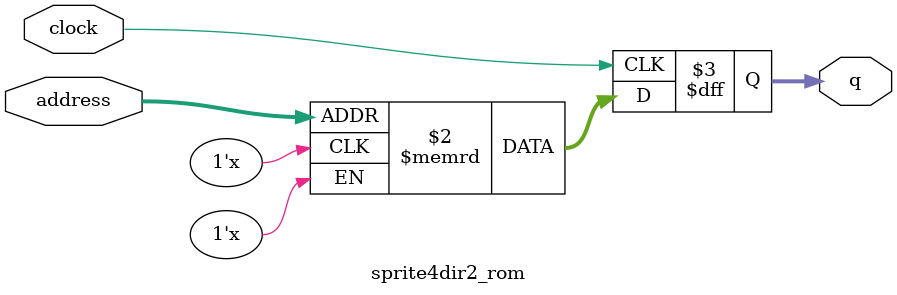
<source format=sv>
module sprite4dir2_rom (
	input logic clock,
	input logic [10:0] address,
	output logic [2:0] q
);

logic [2:0] memory [0:1063] /* synthesis ram_init_file = "./sprite4dir2/sprite4dir2.mif" */;

always_ff @ (posedge clock) begin
	q <= memory[address];
end

endmodule

</source>
